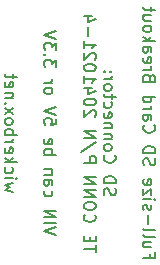
<source format=gbo>
%TF.GenerationSoftware,KiCad,Pcbnew,4.0.4+e1-6308~48~ubuntu16.04.1-stable*%
%TF.CreationDate,2017-01-04T17:26:24-08:00*%
%TF.ProjectId,sd-full-2041021-4-breakout,73642D66756C6C2D323034313032312D,v1.0*%
%TF.FileFunction,Legend,Bot*%
%FSLAX46Y46*%
G04 Gerber Fmt 4.6, Leading zero omitted, Abs format (unit mm)*
G04 Created by KiCad (PCBNEW 4.0.4+e1-6308~48~ubuntu16.04.1-stable) date Wed Jan  4 17:26:24 2017*
%MOMM*%
%LPD*%
G01*
G04 APERTURE LIST*
%ADD10C,0.350000*%
%ADD11C,0.152400*%
G04 APERTURE END LIST*
D10*
D11*
X136368971Y-88313379D02*
X136368971Y-88652045D01*
X135836781Y-88652045D02*
X136852781Y-88652045D01*
X136852781Y-88168236D01*
X136514114Y-87345760D02*
X135836781Y-87345760D01*
X136514114Y-87781188D02*
X135981924Y-87781188D01*
X135885162Y-87732807D01*
X135836781Y-87636045D01*
X135836781Y-87490903D01*
X135885162Y-87394141D01*
X135933543Y-87345760D01*
X135836781Y-86716807D02*
X135885162Y-86813569D01*
X135981924Y-86861950D01*
X136852781Y-86861950D01*
X135836781Y-86184617D02*
X135885162Y-86281379D01*
X135981924Y-86329760D01*
X136852781Y-86329760D01*
X136223829Y-85797570D02*
X136223829Y-85023475D01*
X135885162Y-84588046D02*
X135836781Y-84491284D01*
X135836781Y-84297760D01*
X135885162Y-84200999D01*
X135981924Y-84152618D01*
X136030305Y-84152618D01*
X136127067Y-84200999D01*
X136175448Y-84297760D01*
X136175448Y-84442903D01*
X136223829Y-84539665D01*
X136320590Y-84588046D01*
X136368971Y-84588046D01*
X136465733Y-84539665D01*
X136514114Y-84442903D01*
X136514114Y-84297760D01*
X136465733Y-84200999D01*
X135836781Y-83717189D02*
X136514114Y-83717189D01*
X136852781Y-83717189D02*
X136804400Y-83765570D01*
X136756019Y-83717189D01*
X136804400Y-83668808D01*
X136852781Y-83717189D01*
X136756019Y-83717189D01*
X136514114Y-83330141D02*
X136514114Y-82797951D01*
X135836781Y-83330141D01*
X135836781Y-82797951D01*
X135885162Y-82023856D02*
X135836781Y-82120618D01*
X135836781Y-82314141D01*
X135885162Y-82410903D01*
X135981924Y-82459284D01*
X136368971Y-82459284D01*
X136465733Y-82410903D01*
X136514114Y-82314141D01*
X136514114Y-82120618D01*
X136465733Y-82023856D01*
X136368971Y-81975475D01*
X136272210Y-81975475D01*
X136175448Y-82459284D01*
X135885162Y-80814332D02*
X135836781Y-80669189D01*
X135836781Y-80427285D01*
X135885162Y-80330523D01*
X135933543Y-80282142D01*
X136030305Y-80233761D01*
X136127067Y-80233761D01*
X136223829Y-80282142D01*
X136272210Y-80330523D01*
X136320590Y-80427285D01*
X136368971Y-80620808D01*
X136417352Y-80717570D01*
X136465733Y-80765951D01*
X136562495Y-80814332D01*
X136659257Y-80814332D01*
X136756019Y-80765951D01*
X136804400Y-80717570D01*
X136852781Y-80620808D01*
X136852781Y-80378904D01*
X136804400Y-80233761D01*
X135836781Y-79798332D02*
X136852781Y-79798332D01*
X136852781Y-79556427D01*
X136804400Y-79411285D01*
X136707638Y-79314523D01*
X136610876Y-79266142D01*
X136417352Y-79217761D01*
X136272210Y-79217761D01*
X136078686Y-79266142D01*
X135981924Y-79314523D01*
X135885162Y-79411285D01*
X135836781Y-79556427D01*
X135836781Y-79798332D01*
X135933543Y-77427666D02*
X135885162Y-77476047D01*
X135836781Y-77621190D01*
X135836781Y-77717952D01*
X135885162Y-77863094D01*
X135981924Y-77959856D01*
X136078686Y-78008237D01*
X136272210Y-78056618D01*
X136417352Y-78056618D01*
X136610876Y-78008237D01*
X136707638Y-77959856D01*
X136804400Y-77863094D01*
X136852781Y-77717952D01*
X136852781Y-77621190D01*
X136804400Y-77476047D01*
X136756019Y-77427666D01*
X135836781Y-76556809D02*
X136368971Y-76556809D01*
X136465733Y-76605190D01*
X136514114Y-76701952D01*
X136514114Y-76895475D01*
X136465733Y-76992237D01*
X135885162Y-76556809D02*
X135836781Y-76653571D01*
X135836781Y-76895475D01*
X135885162Y-76992237D01*
X135981924Y-77040618D01*
X136078686Y-77040618D01*
X136175448Y-76992237D01*
X136223829Y-76895475D01*
X136223829Y-76653571D01*
X136272210Y-76556809D01*
X135836781Y-76072999D02*
X136514114Y-76072999D01*
X136320590Y-76072999D02*
X136417352Y-76024618D01*
X136465733Y-75976237D01*
X136514114Y-75879475D01*
X136514114Y-75782714D01*
X135836781Y-75008619D02*
X136852781Y-75008619D01*
X135885162Y-75008619D02*
X135836781Y-75105381D01*
X135836781Y-75298904D01*
X135885162Y-75395666D01*
X135933543Y-75444047D01*
X136030305Y-75492428D01*
X136320590Y-75492428D01*
X136417352Y-75444047D01*
X136465733Y-75395666D01*
X136514114Y-75298904D01*
X136514114Y-75105381D01*
X136465733Y-75008619D01*
X136368971Y-73412048D02*
X136320590Y-73266905D01*
X136272210Y-73218524D01*
X136175448Y-73170143D01*
X136030305Y-73170143D01*
X135933543Y-73218524D01*
X135885162Y-73266905D01*
X135836781Y-73363667D01*
X135836781Y-73750714D01*
X136852781Y-73750714D01*
X136852781Y-73412048D01*
X136804400Y-73315286D01*
X136756019Y-73266905D01*
X136659257Y-73218524D01*
X136562495Y-73218524D01*
X136465733Y-73266905D01*
X136417352Y-73315286D01*
X136368971Y-73412048D01*
X136368971Y-73750714D01*
X135836781Y-72734714D02*
X136514114Y-72734714D01*
X136320590Y-72734714D02*
X136417352Y-72686333D01*
X136465733Y-72637952D01*
X136514114Y-72541190D01*
X136514114Y-72444429D01*
X135885162Y-71718715D02*
X135836781Y-71815477D01*
X135836781Y-72009000D01*
X135885162Y-72105762D01*
X135981924Y-72154143D01*
X136368971Y-72154143D01*
X136465733Y-72105762D01*
X136514114Y-72009000D01*
X136514114Y-71815477D01*
X136465733Y-71718715D01*
X136368971Y-71670334D01*
X136272210Y-71670334D01*
X136175448Y-72154143D01*
X135836781Y-70799477D02*
X136368971Y-70799477D01*
X136465733Y-70847858D01*
X136514114Y-70944620D01*
X136514114Y-71138143D01*
X136465733Y-71234905D01*
X135885162Y-70799477D02*
X135836781Y-70896239D01*
X135836781Y-71138143D01*
X135885162Y-71234905D01*
X135981924Y-71283286D01*
X136078686Y-71283286D01*
X136175448Y-71234905D01*
X136223829Y-71138143D01*
X136223829Y-70896239D01*
X136272210Y-70799477D01*
X135836781Y-70315667D02*
X136852781Y-70315667D01*
X136223829Y-70218905D02*
X135836781Y-69928620D01*
X136514114Y-69928620D02*
X136127067Y-70315667D01*
X135836781Y-69348048D02*
X135885162Y-69444810D01*
X135933543Y-69493191D01*
X136030305Y-69541572D01*
X136320590Y-69541572D01*
X136417352Y-69493191D01*
X136465733Y-69444810D01*
X136514114Y-69348048D01*
X136514114Y-69202906D01*
X136465733Y-69106144D01*
X136417352Y-69057763D01*
X136320590Y-69009382D01*
X136030305Y-69009382D01*
X135933543Y-69057763D01*
X135885162Y-69106144D01*
X135836781Y-69202906D01*
X135836781Y-69348048D01*
X136514114Y-68138525D02*
X135836781Y-68138525D01*
X136514114Y-68573953D02*
X135981924Y-68573953D01*
X135885162Y-68525572D01*
X135836781Y-68428810D01*
X135836781Y-68283668D01*
X135885162Y-68186906D01*
X135933543Y-68138525D01*
X136514114Y-67799858D02*
X136514114Y-67412810D01*
X136852781Y-67654715D02*
X135981924Y-67654715D01*
X135885162Y-67606334D01*
X135836781Y-67509572D01*
X135836781Y-67412810D01*
X132532362Y-83354332D02*
X132483981Y-83209189D01*
X132483981Y-82967285D01*
X132532362Y-82870523D01*
X132580743Y-82822142D01*
X132677505Y-82773761D01*
X132774267Y-82773761D01*
X132871029Y-82822142D01*
X132919410Y-82870523D01*
X132967790Y-82967285D01*
X133016171Y-83160808D01*
X133064552Y-83257570D01*
X133112933Y-83305951D01*
X133209695Y-83354332D01*
X133306457Y-83354332D01*
X133403219Y-83305951D01*
X133451600Y-83257570D01*
X133499981Y-83160808D01*
X133499981Y-82918904D01*
X133451600Y-82773761D01*
X132483981Y-82338332D02*
X133499981Y-82338332D01*
X133499981Y-82096427D01*
X133451600Y-81951285D01*
X133354838Y-81854523D01*
X133258076Y-81806142D01*
X133064552Y-81757761D01*
X132919410Y-81757761D01*
X132725886Y-81806142D01*
X132629124Y-81854523D01*
X132532362Y-81951285D01*
X132483981Y-82096427D01*
X132483981Y-82338332D01*
X132580743Y-79967666D02*
X132532362Y-80016047D01*
X132483981Y-80161190D01*
X132483981Y-80257952D01*
X132532362Y-80403094D01*
X132629124Y-80499856D01*
X132725886Y-80548237D01*
X132919410Y-80596618D01*
X133064552Y-80596618D01*
X133258076Y-80548237D01*
X133354838Y-80499856D01*
X133451600Y-80403094D01*
X133499981Y-80257952D01*
X133499981Y-80161190D01*
X133451600Y-80016047D01*
X133403219Y-79967666D01*
X132483981Y-79387094D02*
X132532362Y-79483856D01*
X132580743Y-79532237D01*
X132677505Y-79580618D01*
X132967790Y-79580618D01*
X133064552Y-79532237D01*
X133112933Y-79483856D01*
X133161314Y-79387094D01*
X133161314Y-79241952D01*
X133112933Y-79145190D01*
X133064552Y-79096809D01*
X132967790Y-79048428D01*
X132677505Y-79048428D01*
X132580743Y-79096809D01*
X132532362Y-79145190D01*
X132483981Y-79241952D01*
X132483981Y-79387094D01*
X133161314Y-78612999D02*
X132483981Y-78612999D01*
X133064552Y-78612999D02*
X133112933Y-78564618D01*
X133161314Y-78467856D01*
X133161314Y-78322714D01*
X133112933Y-78225952D01*
X133016171Y-78177571D01*
X132483981Y-78177571D01*
X133161314Y-77693761D02*
X132483981Y-77693761D01*
X133064552Y-77693761D02*
X133112933Y-77645380D01*
X133161314Y-77548618D01*
X133161314Y-77403476D01*
X133112933Y-77306714D01*
X133016171Y-77258333D01*
X132483981Y-77258333D01*
X132532362Y-76387476D02*
X132483981Y-76484238D01*
X132483981Y-76677761D01*
X132532362Y-76774523D01*
X132629124Y-76822904D01*
X133016171Y-76822904D01*
X133112933Y-76774523D01*
X133161314Y-76677761D01*
X133161314Y-76484238D01*
X133112933Y-76387476D01*
X133016171Y-76339095D01*
X132919410Y-76339095D01*
X132822648Y-76822904D01*
X132532362Y-75468238D02*
X132483981Y-75565000D01*
X132483981Y-75758523D01*
X132532362Y-75855285D01*
X132580743Y-75903666D01*
X132677505Y-75952047D01*
X132967790Y-75952047D01*
X133064552Y-75903666D01*
X133112933Y-75855285D01*
X133161314Y-75758523D01*
X133161314Y-75565000D01*
X133112933Y-75468238D01*
X133161314Y-75177952D02*
X133161314Y-74790904D01*
X133499981Y-75032809D02*
X132629124Y-75032809D01*
X132532362Y-74984428D01*
X132483981Y-74887666D01*
X132483981Y-74790904D01*
X132483981Y-74307095D02*
X132532362Y-74403857D01*
X132580743Y-74452238D01*
X132677505Y-74500619D01*
X132967790Y-74500619D01*
X133064552Y-74452238D01*
X133112933Y-74403857D01*
X133161314Y-74307095D01*
X133161314Y-74161953D01*
X133112933Y-74065191D01*
X133064552Y-74016810D01*
X132967790Y-73968429D01*
X132677505Y-73968429D01*
X132580743Y-74016810D01*
X132532362Y-74065191D01*
X132483981Y-74161953D01*
X132483981Y-74307095D01*
X132483981Y-73533000D02*
X133161314Y-73533000D01*
X132967790Y-73533000D02*
X133064552Y-73484619D01*
X133112933Y-73436238D01*
X133161314Y-73339476D01*
X133161314Y-73242715D01*
X132580743Y-72904048D02*
X132532362Y-72855667D01*
X132483981Y-72904048D01*
X132532362Y-72952429D01*
X132580743Y-72904048D01*
X132483981Y-72904048D01*
X133112933Y-72904048D02*
X133064552Y-72855667D01*
X133016171Y-72904048D01*
X133064552Y-72952429D01*
X133112933Y-72904048D01*
X133016171Y-72904048D01*
X131823581Y-88192428D02*
X131823581Y-87611857D01*
X130807581Y-87902142D02*
X131823581Y-87902142D01*
X131339771Y-87273190D02*
X131339771Y-86934524D01*
X130807581Y-86789381D02*
X130807581Y-87273190D01*
X131823581Y-87273190D01*
X131823581Y-86789381D01*
X130904343Y-84999286D02*
X130855962Y-85047667D01*
X130807581Y-85192810D01*
X130807581Y-85289572D01*
X130855962Y-85434714D01*
X130952724Y-85531476D01*
X131049486Y-85579857D01*
X131243010Y-85628238D01*
X131388152Y-85628238D01*
X131581676Y-85579857D01*
X131678438Y-85531476D01*
X131775200Y-85434714D01*
X131823581Y-85289572D01*
X131823581Y-85192810D01*
X131775200Y-85047667D01*
X131726819Y-84999286D01*
X131823581Y-84370333D02*
X131823581Y-84176810D01*
X131775200Y-84080048D01*
X131678438Y-83983286D01*
X131484914Y-83934905D01*
X131146248Y-83934905D01*
X130952724Y-83983286D01*
X130855962Y-84080048D01*
X130807581Y-84176810D01*
X130807581Y-84370333D01*
X130855962Y-84467095D01*
X130952724Y-84563857D01*
X131146248Y-84612238D01*
X131484914Y-84612238D01*
X131678438Y-84563857D01*
X131775200Y-84467095D01*
X131823581Y-84370333D01*
X130807581Y-83499476D02*
X131823581Y-83499476D01*
X130807581Y-82918905D01*
X131823581Y-82918905D01*
X130807581Y-82435095D02*
X131823581Y-82435095D01*
X130807581Y-81854524D01*
X131823581Y-81854524D01*
X130807581Y-80596619D02*
X131823581Y-80596619D01*
X131823581Y-80209572D01*
X131775200Y-80112810D01*
X131726819Y-80064429D01*
X131630057Y-80016048D01*
X131484914Y-80016048D01*
X131388152Y-80064429D01*
X131339771Y-80112810D01*
X131291390Y-80209572D01*
X131291390Y-80596619D01*
X131871962Y-78854905D02*
X130565676Y-79725762D01*
X130807581Y-78516238D02*
X131823581Y-78516238D01*
X130807581Y-77935667D01*
X131823581Y-77935667D01*
X131726819Y-76726143D02*
X131775200Y-76677762D01*
X131823581Y-76581000D01*
X131823581Y-76339096D01*
X131775200Y-76242334D01*
X131726819Y-76193953D01*
X131630057Y-76145572D01*
X131533295Y-76145572D01*
X131388152Y-76193953D01*
X130807581Y-76774524D01*
X130807581Y-76145572D01*
X131823581Y-75516619D02*
X131823581Y-75419858D01*
X131775200Y-75323096D01*
X131726819Y-75274715D01*
X131630057Y-75226334D01*
X131436533Y-75177953D01*
X131194629Y-75177953D01*
X131001105Y-75226334D01*
X130904343Y-75274715D01*
X130855962Y-75323096D01*
X130807581Y-75419858D01*
X130807581Y-75516619D01*
X130855962Y-75613381D01*
X130904343Y-75661762D01*
X131001105Y-75710143D01*
X131194629Y-75758524D01*
X131436533Y-75758524D01*
X131630057Y-75710143D01*
X131726819Y-75661762D01*
X131775200Y-75613381D01*
X131823581Y-75516619D01*
X131484914Y-74307096D02*
X130807581Y-74307096D01*
X131871962Y-74549000D02*
X131146248Y-74790905D01*
X131146248Y-74161953D01*
X130807581Y-73242715D02*
X130807581Y-73823286D01*
X130807581Y-73533000D02*
X131823581Y-73533000D01*
X131678438Y-73629762D01*
X131581676Y-73726524D01*
X131533295Y-73823286D01*
X131823581Y-72613762D02*
X131823581Y-72517001D01*
X131775200Y-72420239D01*
X131726819Y-72371858D01*
X131630057Y-72323477D01*
X131436533Y-72275096D01*
X131194629Y-72275096D01*
X131001105Y-72323477D01*
X130904343Y-72371858D01*
X130855962Y-72420239D01*
X130807581Y-72517001D01*
X130807581Y-72613762D01*
X130855962Y-72710524D01*
X130904343Y-72758905D01*
X131001105Y-72807286D01*
X131194629Y-72855667D01*
X131436533Y-72855667D01*
X131630057Y-72807286D01*
X131726819Y-72758905D01*
X131775200Y-72710524D01*
X131823581Y-72613762D01*
X131726819Y-71888048D02*
X131775200Y-71839667D01*
X131823581Y-71742905D01*
X131823581Y-71501001D01*
X131775200Y-71404239D01*
X131726819Y-71355858D01*
X131630057Y-71307477D01*
X131533295Y-71307477D01*
X131388152Y-71355858D01*
X130807581Y-71936429D01*
X130807581Y-71307477D01*
X130807581Y-70339858D02*
X130807581Y-70920429D01*
X130807581Y-70630143D02*
X131823581Y-70630143D01*
X131678438Y-70726905D01*
X131581676Y-70823667D01*
X131533295Y-70920429D01*
X131194629Y-69904429D02*
X131194629Y-69130334D01*
X131484914Y-68211096D02*
X130807581Y-68211096D01*
X131871962Y-68453000D02*
X131146248Y-68694905D01*
X131146248Y-68065953D01*
X128470781Y-86740999D02*
X127454781Y-86402332D01*
X128470781Y-86063666D01*
X127454781Y-85724999D02*
X128470781Y-85724999D01*
X127454781Y-85241189D02*
X128470781Y-85241189D01*
X127454781Y-84660618D01*
X128470781Y-84660618D01*
X127503162Y-82967285D02*
X127454781Y-83064047D01*
X127454781Y-83257570D01*
X127503162Y-83354332D01*
X127551543Y-83402713D01*
X127648305Y-83451094D01*
X127938590Y-83451094D01*
X128035352Y-83402713D01*
X128083733Y-83354332D01*
X128132114Y-83257570D01*
X128132114Y-83064047D01*
X128083733Y-82967285D01*
X127454781Y-82096428D02*
X127986971Y-82096428D01*
X128083733Y-82144809D01*
X128132114Y-82241571D01*
X128132114Y-82435094D01*
X128083733Y-82531856D01*
X127503162Y-82096428D02*
X127454781Y-82193190D01*
X127454781Y-82435094D01*
X127503162Y-82531856D01*
X127599924Y-82580237D01*
X127696686Y-82580237D01*
X127793448Y-82531856D01*
X127841829Y-82435094D01*
X127841829Y-82193190D01*
X127890210Y-82096428D01*
X128132114Y-81612618D02*
X127454781Y-81612618D01*
X128035352Y-81612618D02*
X128083733Y-81564237D01*
X128132114Y-81467475D01*
X128132114Y-81322333D01*
X128083733Y-81225571D01*
X127986971Y-81177190D01*
X127454781Y-81177190D01*
X127454781Y-79919285D02*
X128470781Y-79919285D01*
X128083733Y-79919285D02*
X128132114Y-79822523D01*
X128132114Y-79629000D01*
X128083733Y-79532238D01*
X128035352Y-79483857D01*
X127938590Y-79435476D01*
X127648305Y-79435476D01*
X127551543Y-79483857D01*
X127503162Y-79532238D01*
X127454781Y-79629000D01*
X127454781Y-79822523D01*
X127503162Y-79919285D01*
X127503162Y-78613000D02*
X127454781Y-78709762D01*
X127454781Y-78903285D01*
X127503162Y-79000047D01*
X127599924Y-79048428D01*
X127986971Y-79048428D01*
X128083733Y-79000047D01*
X128132114Y-78903285D01*
X128132114Y-78709762D01*
X128083733Y-78613000D01*
X127986971Y-78564619D01*
X127890210Y-78564619D01*
X127793448Y-79048428D01*
X128470781Y-76871286D02*
X128470781Y-77355095D01*
X127986971Y-77403476D01*
X128035352Y-77355095D01*
X128083733Y-77258333D01*
X128083733Y-77016429D01*
X128035352Y-76919667D01*
X127986971Y-76871286D01*
X127890210Y-76822905D01*
X127648305Y-76822905D01*
X127551543Y-76871286D01*
X127503162Y-76919667D01*
X127454781Y-77016429D01*
X127454781Y-77258333D01*
X127503162Y-77355095D01*
X127551543Y-77403476D01*
X128470781Y-76532619D02*
X127454781Y-76193952D01*
X128470781Y-75855286D01*
X127454781Y-74597381D02*
X127503162Y-74694143D01*
X127551543Y-74742524D01*
X127648305Y-74790905D01*
X127938590Y-74790905D01*
X128035352Y-74742524D01*
X128083733Y-74694143D01*
X128132114Y-74597381D01*
X128132114Y-74452239D01*
X128083733Y-74355477D01*
X128035352Y-74307096D01*
X127938590Y-74258715D01*
X127648305Y-74258715D01*
X127551543Y-74307096D01*
X127503162Y-74355477D01*
X127454781Y-74452239D01*
X127454781Y-74597381D01*
X127454781Y-73823286D02*
X128132114Y-73823286D01*
X127938590Y-73823286D02*
X128035352Y-73774905D01*
X128083733Y-73726524D01*
X128132114Y-73629762D01*
X128132114Y-73533001D01*
X128470781Y-72517001D02*
X128470781Y-71888049D01*
X128083733Y-72226715D01*
X128083733Y-72081573D01*
X128035352Y-71984811D01*
X127986971Y-71936430D01*
X127890210Y-71888049D01*
X127648305Y-71888049D01*
X127551543Y-71936430D01*
X127503162Y-71984811D01*
X127454781Y-72081573D01*
X127454781Y-72371858D01*
X127503162Y-72468620D01*
X127551543Y-72517001D01*
X127551543Y-71452620D02*
X127503162Y-71404239D01*
X127454781Y-71452620D01*
X127503162Y-71501001D01*
X127551543Y-71452620D01*
X127454781Y-71452620D01*
X128470781Y-71065572D02*
X128470781Y-70436620D01*
X128083733Y-70775286D01*
X128083733Y-70630144D01*
X128035352Y-70533382D01*
X127986971Y-70485001D01*
X127890210Y-70436620D01*
X127648305Y-70436620D01*
X127551543Y-70485001D01*
X127503162Y-70533382D01*
X127454781Y-70630144D01*
X127454781Y-70920429D01*
X127503162Y-71017191D01*
X127551543Y-71065572D01*
X128470781Y-70146334D02*
X127454781Y-69807667D01*
X128470781Y-69469001D01*
X124779314Y-83088237D02*
X124101981Y-82894713D01*
X124585790Y-82701190D01*
X124101981Y-82507666D01*
X124779314Y-82314142D01*
X124101981Y-81927094D02*
X124779314Y-81927094D01*
X125117981Y-81927094D02*
X125069600Y-81975475D01*
X125021219Y-81927094D01*
X125069600Y-81878713D01*
X125117981Y-81927094D01*
X125021219Y-81927094D01*
X124150362Y-81007856D02*
X124101981Y-81104618D01*
X124101981Y-81298141D01*
X124150362Y-81394903D01*
X124198743Y-81443284D01*
X124295505Y-81491665D01*
X124585790Y-81491665D01*
X124682552Y-81443284D01*
X124730933Y-81394903D01*
X124779314Y-81298141D01*
X124779314Y-81104618D01*
X124730933Y-81007856D01*
X124101981Y-80572427D02*
X125117981Y-80572427D01*
X124489029Y-80475665D02*
X124101981Y-80185380D01*
X124779314Y-80185380D02*
X124392267Y-80572427D01*
X124150362Y-79362904D02*
X124101981Y-79459666D01*
X124101981Y-79653189D01*
X124150362Y-79749951D01*
X124247124Y-79798332D01*
X124634171Y-79798332D01*
X124730933Y-79749951D01*
X124779314Y-79653189D01*
X124779314Y-79459666D01*
X124730933Y-79362904D01*
X124634171Y-79314523D01*
X124537410Y-79314523D01*
X124440648Y-79798332D01*
X124101981Y-78879094D02*
X124779314Y-78879094D01*
X124585790Y-78879094D02*
X124682552Y-78830713D01*
X124730933Y-78782332D01*
X124779314Y-78685570D01*
X124779314Y-78588809D01*
X124101981Y-78250142D02*
X125117981Y-78250142D01*
X124730933Y-78250142D02*
X124779314Y-78153380D01*
X124779314Y-77959857D01*
X124730933Y-77863095D01*
X124682552Y-77814714D01*
X124585790Y-77766333D01*
X124295505Y-77766333D01*
X124198743Y-77814714D01*
X124150362Y-77863095D01*
X124101981Y-77959857D01*
X124101981Y-78153380D01*
X124150362Y-78250142D01*
X124101981Y-77185761D02*
X124150362Y-77282523D01*
X124198743Y-77330904D01*
X124295505Y-77379285D01*
X124585790Y-77379285D01*
X124682552Y-77330904D01*
X124730933Y-77282523D01*
X124779314Y-77185761D01*
X124779314Y-77040619D01*
X124730933Y-76943857D01*
X124682552Y-76895476D01*
X124585790Y-76847095D01*
X124295505Y-76847095D01*
X124198743Y-76895476D01*
X124150362Y-76943857D01*
X124101981Y-77040619D01*
X124101981Y-77185761D01*
X124101981Y-76508428D02*
X124779314Y-75976238D01*
X124779314Y-76508428D02*
X124101981Y-75976238D01*
X124198743Y-75589190D02*
X124150362Y-75540809D01*
X124101981Y-75589190D01*
X124150362Y-75637571D01*
X124198743Y-75589190D01*
X124101981Y-75589190D01*
X124779314Y-75105380D02*
X124101981Y-75105380D01*
X124682552Y-75105380D02*
X124730933Y-75056999D01*
X124779314Y-74960237D01*
X124779314Y-74815095D01*
X124730933Y-74718333D01*
X124634171Y-74669952D01*
X124101981Y-74669952D01*
X124150362Y-73799095D02*
X124101981Y-73895857D01*
X124101981Y-74089380D01*
X124150362Y-74186142D01*
X124247124Y-74234523D01*
X124634171Y-74234523D01*
X124730933Y-74186142D01*
X124779314Y-74089380D01*
X124779314Y-73895857D01*
X124730933Y-73799095D01*
X124634171Y-73750714D01*
X124537410Y-73750714D01*
X124440648Y-74234523D01*
X124779314Y-73460428D02*
X124779314Y-73073380D01*
X125117981Y-73315285D02*
X124247124Y-73315285D01*
X124150362Y-73266904D01*
X124101981Y-73170142D01*
X124101981Y-73073380D01*
M02*

</source>
